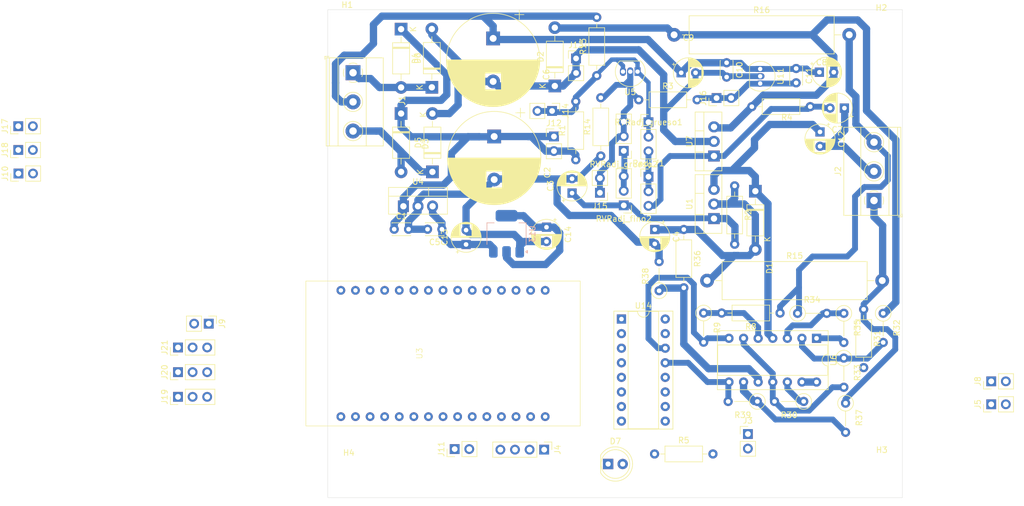
<source format=kicad_pcb>
(kicad_pcb (version 20240108) (generator "pcbnew") (generator_version "8.0")
  (layers (0 "F.Cu" signal) (31 "B.Cu" signal) (34 "B.Paste" user) (35 "F.Paste" user) (36 "B.SilkS" user "B.Silkscreen") (37 "F.SilkS" user "F.Silkscreen") (38 "B.Mask" user) (39 "F.Mask" user) (44 "Edge.Cuts" user))
  (net 0 "")
  (net 1 "+12V")
  (net 2 "Net-(D7-A)")
  (net 3 "GND")
  (net 4 "Net-(U1-ADJ)")
  (net 5 "+5V")
  (net 6 "-12V")
  (net 7 "Net-(U7-ADJ)")
  (net 8 "-5V")
  (net 9 "+3V3")
  (net 10 "+12VA")
  (net 11 "-12VA")
  (net 12 "I2C - SDA")
  (net 13 "BTN_POWER")
  (net 14 "I2C - SCL")
  (net 16 "BTN_MODE")
  (net 20 "BTN_SELECT")
  (net 22 "+1V2")
  (net 23 "-1V2")
  (net 24 "Net-(U6A--)")
  (net 25 "Net-(RVRadj_grueso1-Pad3)")
  (net 26 "TX_esp")
  (net 27 "RX_esp")
  (net 29 "Net-(RVRadj_fino2-Pad2)")
  (net 30 "A_mux")
  (net 31 "B_mux")
  (net 33 "Vadc")
  (net 37 "Io1+")
  (net 38 "Io1-")
  (net 39 "Vout-")
  (net 40 "Vout+")
  (net 41 "Vadc-")
  (net 42 "Net-(U6B-+)")
  (net 43 "Net-(U6A-+)")
  (net 44 "Iadc-")
  (net 45 "Iadc+")
  (net 46 "Vadc+")
  (net 54 "Net-(U6C--)")
  (net 55 "Net-(U6D-+)")
  (net 56 "Net-(U6C-+)")
  (footprint "Capacitor_THT:CP_Radial_D5.0mm_P2.50mm" (layer "F.Cu") (at 81.494888 31)
    (property "Reference" "C9")
    (property "Value" "100uF")
  )
  (footprint "TerminalBlock_Phoenix:TerminalBlock_Phoenix_MKDS-1,5-3-5.08_1x03_P5.08mm_Horizontal" (layer "F.Cu") (at 24.384 30.988 -90)
    (property "Reference" "J1")
    (property "Value" "Fuente")
  )
  (footprint "Connector_PinHeader_2.54mm:PinHeader_1x02_P2.54mm_Vertical" (layer "F.Cu") (at 87.65 35.4 90)
    (property "Reference" "J16")
    (property "Value" "-5V")
  )
  (footprint "Connector_PinHeader_2.54mm:PinHeader_1x02_P2.54mm_Vertical" (layer "F.Cu") (at 135.45 88.75 90)
    (property "Reference" "J5")
    (property "Value" "Vadj+")
  )
  (footprint "MountingHole:MountingHole_3.2mm_M3" (layer "F.Cu") (at 116.4 100.9)
    (property "Reference" "H3")
    (property "Value" "MountingHole")
  )
  (footprint "Resistor_THT:R_Axial_Power_L25.0mm_W6.4mm_P30.48mm" (layer "F.Cu") (at 86 67.2)
    (property "Reference" "R15")
    (property "Value" "E330")
  )
  (footprint "Resistor_THT:R_Axial_DIN0207_L6.3mm_D2.5mm_P5.08mm_Vertical" (layer "F.Cu") (at 94.75 88.25 180)
    (property "Reference" "R39")
    (property "Value" "10k")
  )
  (footprint "Connector_PinHeader_2.54mm:PinHeader_1x03_P2.54mm_Vertical" (layer "F.Cu") (at 71.5 44.6 180)
    (property "Reference" "RVRadj_grueso2")
    (property "Value" "5k")
  )
  (footprint "Resistor_THT:R_Axial_DIN0207_L6.3mm_D2.5mm_P10.16mm_Horizontal" (layer "F.Cu") (at 67.5 45.5 90)
    (property "Reference" "R14")
    (property "Value" "10k")
  )
  (footprint "Connector_PinHeader_2.54mm:PinHeader_1x02_P2.54mm_Vertical" (layer "F.Cu") (at 63.2 28.5)
    (property "Reference" "J13")
    (property "Value" "-12V")
  )
  (footprint "Package_TO_SOT_THT:TO-220-3_Vertical" (layer "F.Cu") (at 87.2 45.5 90)
    (property "Reference" "U7")
    (property "Value" "LM337_TO220")
  )
  (footprint "Connector_PinHeader_2.54mm:PinHeader_1x02_P2.54mm_Vertical" (layer "F.Cu") (at 59.35 42.1)
    (property "Reference" "J12")
    (property "Value" "+12V")
  )
  (footprint "Capacitor_THT:C_Disc_D3.0mm_W2.0mm_P2.50mm" (layer "F.Cu") (at 31.55 58.25)
    (property "Reference" "C1")
    (property "Value" "0.1uF")
  )
  (footprint "Connector_PinHeader_2.54mm:PinHeader_1x03_P2.54mm_Vertical" (layer "F.Cu") (at 71.5 54.1 180)
    (property "Reference" "RVRadj_fino2")
    (property "Value" "500")
  )
  (footprint "Resistor_THT:R_Axial_DIN0207_L6.3mm_D2.5mm_P10.16mm_Horizontal" (layer "F.Cu") (at 103.95 36.9 180)
    (property "Reference" "R4")
    (property "Value" "510")
  )
  (footprint "Connector_PinHeader_2.54mm:PinHeader_1x03_P2.54mm_Vertical" (layer "F.Cu") (at -6.075 87.45 90)
    (property "Reference" "J19")
    (property "Value" "BTN_POWER")
  )
  (footprint "Package_TO_SOT_THT:TO-92_Inline" (layer "F.Cu") (at 95.24 30.33 -90)
    (property "Reference" "U11")
    (property "Value" "LM79L05")
  )
  (footprint "Resistor_THT:R_Axial_DIN0207_L6.3mm_D2.5mm_P10.16mm_Horizontal" (layer "F.Cu") (at 90.8 50.7 -90)
    (property "Reference" "R2")
    (property "Value" "510")
  )
  (footprint "Connector_PinHeader_2.54mm:PinHeader_1x02_P2.54mm_Vertical" (layer "F.Cu") (at 59.025 37.65 -90)
    (property "Reference" "J14")
    (property "Value" "+1.2V")
  )
  (footprint "Resistor_THT:R_Axial_DIN0207_L6.3mm_D2.5mm_P10.16mm_Horizontal" (layer "F.Cu") (at 76.86 97.4)
    (property "Reference" "R5")
    (property "Value" "120")
  )
  (footprint "Resistor_THT:R_Axial_DIN0207_L6.3mm_D2.5mm_P10.16mm_Horizontal" (layer "F.Cu") (at 113.25 72.2 -90)
    (property "Reference" "R31")
    (property "Value" "10k")
  )
  (footprint "Connector_PinHeader_2.54mm:PinHeader_1x02_P2.54mm_Vertical" (layer "F.Cu") (at 93.1 93.925)
    (property "Reference" "J3")
    (property "Value" "UART")
  )
  (footprint "Resistor_THT:R_Axial_DIN0207_L6.3mm_D2.5mm_P5.08mm_Vertical" (layer "F.Cu") (at 85.4 72.85 -90)
    (property "Reference" "R9")
    (property "Value" "10k")
  )
  (footprint "Connector_PinHeader_2.54mm:PinHeader_1x02_P2.54mm_Vertical" (layer "F.Cu") (at -33.875 40.3 90)
    (property "Reference" "J17")
    (property "Value" "Vadj+")
  )
  (footprint "Capacitor_THT:CP_Radial_D5.0mm_P2.50mm" (layer "F.Cu") (at 105.55 30.9)
    (property "Reference" "C8")
    (property "Value" "1uF")
  )
  (footprint "Connector_PinHeader_2.54mm:PinHeader_1x03_P2.54mm_Vertical" (layer "F.Cu") (at -6.075 83.15 90)
    (property "Reference" "J20")
    (property "Value" "BTN_MODE")
  )
  (footprint "MountingHole:MountingHole_3.2mm_M3" (layer "F.Cu") (at 23.368 23.368)
    (property "Reference" "H1")
    (property "Value" "MountingHole")
  )
  (footprint "Resistor_THT:R_Axial_DIN0207_L6.3mm_D2.5mm_P5.08mm_Vertical" (layer "F.Cu") (at 101.75 72.9)
    (property "Reference" "R34")
    (property "Value" "10k")
  )
  (footprint "Resistor_THT:R_Axial_DIN0207_L6.3mm_D2.5mm_P5.08mm_Vertical" (layer "F.Cu") (at 109.8 80.7 -90)
    (property "Reference" "R33")
    (property "Value" "10k")
  )
  (footprint "Componentes_Proyecto_Digitales:Esp-8266-DevKit" (layer "F.Cu") (at 40.05 79.9 90)
    (property "Reference" "U3")
    (property "Value" "~")
  )
  (footprint "Connector_PinHeader_2.54mm:PinHeader_1x02_P2.54mm_Vertical" (layer "F.Cu") (at 67.35 51.9 180)
    (property "Reference" "J15")
    (property "Value" "-1.2V")
  )
  (footprint "Package_DIP:CERDIP-16_W7.62mm_SideBrazed_Socket" (layer "F.Cu") (at 71.1 73.9)
    (property "Reference" "U14")
    (property "Value" "CD4051B")
  )
  (footprint "MountingHole:MountingHole_3.2mm_M3" (layer "F.Cu") (at 23.65 101.4)
    (property "Reference" "H4")
    (property "Value" "MountingHole")
  )
  (footprint "Connector_PinHeader_2.54mm:PinHeader_1x03_P2.54mm_Vertical" (layer "F.Cu") (at 75.8 39.6)
    (property "Reference" "RVRadj_grueso1")
    (property "Value" "5k")
  )
  (footprint "Package_TO_SOT_THT:TO-220-3_Vertical" (layer "F.Cu") (at 87.2 56.4 90)
    (property "Reference" "U1")
    (property "Value" "LM317_TO-220")
  )
  (footprint "Capacitor_THT:CP_Radial_D5.0mm_P2.50mm" (layer "F.Cu") (at 109.9 37.15 180)
    (property "Reference" "C7")
    (property "Value" "10uF")
  )
  (footprint "Connector_PinHeader_2.54mm:PinHeader_1x03_P2.54mm_Vertical" (layer "F.Cu") (at -6.075 78.85 90)
    (property "Reference" "J21")
    (property "Value" "BTN_SEL")
  )
  (footprint "Package_TO_SOT_THT:TO-220-3_Vertical" (layer "F.Cu") (at 33.15 54.25)
    (property "Reference" "U4")
    (property "Value" "LM7805_TO220")
  )
  (footprint "Resistor_THT:R_Axial_DIN0207_L6.3mm_D2.5mm_P10.16mm_Horizontal" (layer "F.Cu") (at 63.15 46.15 90)
    (property "Reference" "R1")
    (property "Value" "22k")
  )
  (footprint "Resistor_THT:R_Axial_DIN0207_L6.3mm_D2.5mm_P10.16mm_Horizontal" (layer "F.Cu") (at 74.1 35.7)
    (property "Reference" "R3")
    (property "Value" "6k8")
  )
  (footprint "Diode_THT:D_DO-41_SOD81_P10.16mm_Horizontal" (layer "F.Cu") (at 32.75 38.1 -90)
    (property "Reference" "D3")
    (property "Value" "1N4007")
  )
  (footprint "MountingHole:MountingHole_3.2mm_M3" (layer "F.Cu") (at 116.332 23.876)
    (property "Reference" "H2")
    (property "Value" "MountingHole")
  )
  (footprint "Capacitor_THT:CP_Radial_D5.0mm_P2.50mm" (layer "F.Cu") (at 76.9 58.3 -90)
    (property "Reference" "C4")
    (property "Value" "1uF")
  )
  (footprint "Connector_PinHeader_2.54mm:PinHeader_1x04_P2.54mm_Vertical" (layer "F.Cu") (at 57.65 96.65 -90)
    (property "Reference" "J4")
    (property "Value" "LCD16x2")
  )
  (footprint "Package_DIP:CERDIP-14_W7.62mm_SideBrazed_Socket" (layer "F.Cu") (at 105.05 77.25 -90)
    (property "Reference" "U6")
    (property "Value" "LM324")
  )
  (footprint "Resistor_THT:R_Axial_DIN0207_L6.3mm_D2.5mm_P5.08mm_Vertical" (layer "F.Cu") (at 116.65 72.9 -90)
    (property "Reference" "R32")
    (property "Value" "10k")
  )
  (footprint "Capacitor_THT:CP_Radial_D5.0mm_P2.50mm" (layer "F.Cu") (at 58.055113 57.9 -90)
    (property "Reference" "C14")
    (property "Value" "10uF")
  )
  (footprint "Capacitor_THT:C_Disc_D3.0mm_W2.0mm_P2.50mm" (layer "F.Cu") (at 101.5 30.25 -90)
    (property "Reference" "C11")
    (property "Value" "0,1uF")
  )
  (footprint "Capacitor_THT:CP_Radial_D16.0mm_P7.50mm" (layer "F.Cu") (at 48.768 25.012 -90)
    (property "Reference" "C6")
    (property "Value" "2200uF")
  )
  (footprint "Resistor_THT:R_Axial_DIN0207_L6.3mm_D2.5mm_P5.08mm_Vertical" (layer "F.Cu") (at 77.65 68.965 90)
    (property "Reference" "R38")
    (property "Value" "10k")
  )
  (footprint "Resistor_THT:R_Axial_DIN0207_L6.3mm_D2.5mm_P10.16mm_Horizontal" (layer "F.Cu") (at 66.8 31.5 90)
    (property "Reference" "R13")
    (property "Value" "10k")
  )
  (footprint "Resistor_THT:R_Axial_DIN0207_L6.3mm_D2.5mm_P10.16mm_Horizontal" (layer "F.Cu") (at 98.7 72.85 180)
    (property "Reference" "R8")
    (property "Value" "10k")
  )
  (footprint "Connector_PinHeader_2.54mm:PinHeader_1x02_P2.54mm_Vertical" (layer "F.Cu") (at -33.875 44.45 90)
    (property "Reference" "J18")
    (property "Value" "Vadj-")
  )
  (footprint "Diode_THT:D_DO-41_SOD81_P10.16mm_Horizontal" (layer "F.Cu") (at 94.4 51.62 -90)
    (property "Reference" "D1")
    (property "Value" "1N4007")
  )
  (footprint "Capacitor_THT:CP_Radial_D5.0mm_P2.50mm" (layer "F.Cu") (at 62.5 51.955113 90)
    (property "Reference" "C3")
    (property "Value" "10uF")
  )
  (footprint "Capacitor_THT:C_Disc_D3.0mm_W2.0mm_P2.50mm" (layer "F.Cu") (at 89.4 29.25 -90)
    (property "Reference" "C10")
    (property "Value" "0,1uF")
  )
  (footprint "Connector_PinHeader_2.54mm:PinHeader_1x02_P2.54mm_Vertical" (layer "F.Cu") (at 135.45 84.75 90)
    (property "Reference" "J8")
    (property "Value" "Vadj-")
  )
  (footprint "Connector_PinHeader_2.54mm:PinHeader_1x02_P2.54mm_Vertical" (layer "F.Cu") (at 42.075 96.55 90)
    (property "Reference" "J11")
    (property "Value" "GND")
  )
  (footprint "Capacitor_THT:CP_Radial_D5.0mm_P2.50mm" (layer "F.Cu") (at 105.65 41.3 -90)
    (property "Reference" "C12")
    (property "Value" "100uF")
  )
  (footprint "Diode_THT:D_DO-41_SOD81_P10.16mm_Horizontal" (layer "F.Cu") (at 59.5 33.3 90)
    (property "Reference" "D2")
    (property "Value" "1N4007")
  )
  (footprint "Resistor_THT:R_Axial_DIN0207_L6.3mm_D2.5mm_P5.08mm_Vertical" (layer "F.Cu") (at 102.815 88.25 180)
    (property "Reference" "R30")
    (property "Value" "47k")
  )
  (footprint "Resistor_THT:R_Axial_DIN0207_L6.3mm_D2.5mm_P5.08mm_Vertical" (layer "F.Cu") (at 110.1 88.55 -90)
    (property "Reference" "R37")
    (property "Value" "10k")
  )
  (footprint "Diode_THT:D_DO-41_SOD81_P10.16mm_Horizontal" (layer "F.Cu") (at 32.75 23.398 -90)
    (property "Reference" "D4")
    (property "Value" "1N4007")
  )
  (footprint "Connector_PinHeader_2.54mm:PinHeader_1x02_P2.54mm_Vertical" (layer "F.Cu") (at -0.725 74.7 -90)
    (property "Reference" "J9")
    (property "Value" "5V")
  )
  (footprint "Resistor_THT:R_Axial_DIN0207_L6.3mm_D2.5mm_P10.16mm_Horizontal" (layer "F.Cu") (at 81.95 58.3 -90)
    (property "Reference" "R36")
    (property "Value" "10k")
  )
  (footprint "Diode_THT:D_DO-41_SOD81_P10.16mm_Horizontal" (layer "F.Cu") (at 38.1 33.528 90)
    (property "Reference" "D6")
    (property "Value" "1N4007")
  )
  (footprint "Connector_PinHeader_2.54mm:PinHeader_1x02_P2.54mm_Vertical" (layer "F.Cu") (at -33.85 48.55 90)
    (property "Reference" "J10")
    (property "Value" "3V3")
  )
  (footprint "Capacitor_THT:CP_Radial_D5.0mm_P2.50mm" (layer "F.Cu") (at 44.055113 60.905112 90)
    (property "Reference" "C13")
    (property "Value" "10uF")
  )
  (footprint "Package_TO_SOT_THT:TO-92_Inline" (layer "F.Cu") (at 73.9 30.8 180)
    (property "Reference" "U5")
    (property "Value" "LM385")
  )
  (footprint "TerminalBlock_Phoenix:TerminalBlock_Phoenix_MKDS-1,5-3-5.08_1x03_P5.08mm_Horizontal" (layer "F.Cu") (at 115.05 53.25 90)
    (property "Reference" "J2")
    (property "Value" "Salida")
  )
  (footprint "LED_THT:LED_D5.0mm" (layer "F.Cu") (at 68.775 99.15)
    (property "Reference" "D7")
    (property "Value" "LED")
  )
  (footprint "Diode_THT:D_DO-41_SOD81_P10.16mm_Horizontal" (layer "F.Cu") (at 38.2 48.26 90)
    (property "Reference" "D5")
    (property "Value" "1N4007")
  )
  (footprint "Capacitor_THT:C_Disc_D3.0mm_W2.0mm_P2.50mm" (layer "F.Cu") (at 39.85 58.25 180)
    (property "Reference" "C5")
    (property "Value" "0.1uF")
  )
  (footprint "Resistor_THT:R_Axial_Power_L25.0mm_W6.4mm_P30.48mm" (layer "F.Cu") (at 80.259 24.384)
    (property "Reference" "R16")
    (property "Value" "E330")
  )
  (footprint "Connector_PinHeader_2.54mm:PinHeader_1x03_P2.54mm_Vertical" (layer "F.Cu") (at 75.8 49.1)
    (property "Reference" "Radj_f1")
    (property "Value" "500")
  )
  (footprint "Capacitor_THT:CP_Radial_D16.0mm_P7.50mm" (layer "F.Cu") (at 48.95 42.1 -90)
    (property "Reference" "C2")
    (property "Value" "2200uF")
  )
  (footprint "Resistor_THT:R_Axial_DIN0207_L6.3mm_D2.5mm_P5.08mm_Vertical" (layer "F.Cu") (at 109.8 72.9 -90)
    (property "Reference" "R35")
    (property "Value" "10k")
  )
  (footprint "Package_TO_SOT_SMD:SOT-223-3_TabPin2" (layer "B.Cu") (at 51.1 59.05 90)
    (property "Reference" "U13")
    (property "Value" "AMS1117-3.3")
  )
  (gr_rect (start 20 20) (end 120 105) (stroke (width 0.05)) (fill none) (layer "Edge.Cuts"))
  (segment (start 90.3075 48.0425) (end 94.25 44.1) (width 1.27) (layer "B.Cu") (net 1))
  (segment (start 41.5 45.05) (end 44.4 42.15) (width 1.27) (layer "B.Cu") (net 1))
  (segment (start 33.15 52.75) (end 35.35 50.55) (width 1.27) (layer "B.Cu") (net 1))
  (segment (start 94.25 44.1) (end 94.25 43.75) (width 1.27) (layer "B.Cu") (net 1))
  (segment (start 63.15 45.3) (end 63.15 46.15) (width 1.27) (layer "B.Cu") (net 1))
  (segment (start 89.0075 48.0425) (end 90.3575 48.0425) (width 1.27) (layer "B.Cu") (net 1))
  (segment (start 89.0075 48.0425) (end 93.34 48.0425) (width 1.27) (layer "B.Cu") (net 1))
  (segment (start 104.35 40) (end 105.65 41.3) (width 1.27) (layer "B.Cu") (net 1))
  (segment (start 32.75 40.45) (end 34.45 42.15) (width 1.27) (layer "B.Cu") (net 1))
  (segment (start 54.9 42.1) (end 55.4 42.1) (width 1.27) (layer "B.Cu") (net 1))
  (segment (start 87.2 51.32) (end 87.2 48.9) (width 1.27) (layer "B.Cu") (net 1))
  (segment (start 93.34 48.0425) (end 90.0925 48.0425) (width 1.27) (layer "B.Cu") (net 1))
  (segment (start 90.0925 48.0425) (end 90.3075 48.0425) (width 1.27) (layer "B.Cu") (net 1))
  (segment (start 32.75 23.398) (end 40.7 31.348) (width 1.27) (layer "B.Cu") (net 1))
  (segment (start 46.35 42.15) (end 48.9 42.15) (width 1.27) (layer "B.Cu") (net 1))
  (segment (start 40.1 50.55) (end 41.5 49.15) (width 1.27) (layer "B.Cu") (net 1))
  (segment (start 87.2 48.9) (end 88.0575 48.0425) (width 1.27) (layer "B.Cu") (net 1))
  (segment (start 94.25 43.75) (end 94.25 42.65) (width 1.27) (layer "B.Cu") (net 1))
  (segment (start 35.35 50.55) (end 40.1 50.55) (width 1.27) (layer "B.Cu") (net 1))
  (segment (start 96.599999 76.419999) (end 96.599999 53.819999) (width 1.27) (layer "B.Cu") (net 1))
  (segment (start 57.94 44.64) (end 59.35 44.64) (width 1.27) (layer "B.Cu") (net 1))
  (segment (start 55.4 42.1) (end 57.94 44.64) (width 1.27) (layer "B.Cu") (net 1))
  (segment (start 32.75 38.1) (end 32.75 40.45) (width 1.27) (layer "B.Cu") (net 1))
  (segment (start 31.55 57.15) (end 33.15 55.55) (width 1.27) (layer "B.Cu") (net 1))
  (segment (start 33.15 54.25) (end 33.15 52.75) (width 1.27) (layer "B.Cu") (net 1))
  (segment (start 31.55 58.25) (end 31.55 57.15) (width 1.27) (layer "B.Cu") (net 1))
  (segment (start 48.9 42.15) (end 48.95 42.1) (width 1.27) (layer "B.Cu") (net 1))
  (segment (start 62.49 44.64) (end 63.15 45.3) (width 1.27) (layer "B.Cu") (net 1))
  (segment (start 40.7 31.348) (end 40.7 34.8) (width 1.27) (layer "B.Cu") (net 1))
  (segment (start 48.95 42.1) (end 54.9 42.1) (width 1.27) (layer "B.Cu") (net 1))
  (segment (start 44.4 42.15) (end 46.35 42.15) (width 1.27) (layer "B.Cu") (net 1))
  (segment (start 32.75 36.65) (end 32.75 38.1) (width 1.27) (layer "B.Cu") (net 1))
  (segment (start 88.0575 48.0425) (end 89.0075 48.0425) (width 1.27) (layer "B.Cu") (net 1))
  (segment (start 33.15 55.55) (end 33.15 54.25) (width 1.27) (layer "B.Cu") (net 1))
  (segment (start 59.35 44.64) (end 62.49 44.64) (width 1.27) (layer "B.Cu") (net 1))
  (segment (start 94.4 51.62) (end 94.4 49.1025) (width 1.27) (layer "B.Cu") (net 1))
  (segment (start 41.5 49.15) (end 41.5 45.05) (width 1.27) (layer "B.Cu") (net 1))
  (segment (start 94.25 42.65) (end 96.9 40) (width 1.27) (layer "B.Cu") (net 1))
  (segment (start 54.9 42.1) (end 59.35 42.1) (width 1.27) (layer "B.Cu") (net 1))
  (segment (start 34.45 42.15) (end 46.35 42.15) (width 1.27) (layer "B.Cu") (net 1))
  (segment (start 96.599999 53.819999) (end 94.4 51.62) (width 1.27) (layer "B.Cu") (net 1))
  (segment (start 39.7 35.8) (end 33.6 35.8) (width 1.27) (layer "B.Cu") (net 1))
  (segment (start 97.43 77.25) (end 96.599999 76.419999) (width 1.27) (layer "B.Cu") (net 1))
  (segment (start 33.6 35.8) (end 32.75 36.65) (width 1.27) (layer "B.Cu") (net 1))
  (segment (start 90.0925 48.0425) (end 89.0075 48.0425) (width 1.27) (layer "B.Cu") (net 1))
  (segment (start 96.9 40) (end 104.35 40) (width 1.27) (layer "B.Cu") (net 1))
  (segment (start 40.7 34.8) (end 39.7 35.8) (width 1.27) (layer "B.Cu") (net 1))
  (segment (start 94.4 49.1025) (end 93.34 48.0425) (width 1.27) (layer "B.Cu") (net 1))
  (segment (start 53.4 61.205113) (end 53.4 62.2) (width 1.27) (layer "B.Cu") (net 3))
  (segment (start 46.4 52.15) (end 44.055113 54.494887) (width 1.27) (layer "B.Cu") (net 3))
  (segment (start 52.405113 59.15) (end 53.4 60.144887) (width 1.27) (layer "B.Cu") (net 3))
  (segment (start 48.768 25.012) (end 48.768 22.86) (width 1.27) (layer "B.Cu") (net 3))
  (segment (start 47.043 21.135) (end 48.304 22.396) (width 1.27) (layer "B.Cu") (net 3))
  (segment (start 47.043 21.135) (end 47.208 21.3) (width 1.27) (layer "B.Cu") (net 3))
  (segment (start 59.9 50.55) (end 59.9 53.7) (width 1.27) (layer "B.Cu") (net 3))
  (segment (start 109.95 37.2) (end 109.95 41) (width 1.27) (layer "B.Cu") (net 3))
  (segment (start 35.69 53.16) (end 36.7 52.15) (width 1.27) (layer "B.Cu") (net 3))
  (segment (start 92.93 30.33) (end 95.24 30.33) (width 1.016) (layer "B.Cu") (net 3))
  (segment (start 60.994887 49.455113) (end 59.9 50.55) (width 1.27) (layer "B.Cu") (net 3))
  (segment (start 92.35 77.25) (end 92.35 78.3) (width 1.016) (layer "B.Cu") (net 3))
  (segment (start 62.05 55.85) (end 69.25 55.85) (width 1.27) (layer "B.Cu") (net 3))
  (segment (start 107.15 43.8) (end 105.65 43.8) (width 1.27) (layer "B.Cu") (net 3))
  (segment (start 29.411 21.135) (end 47.043 21.135) (width 1.27) (layer "B.Cu") (net 3))
  (segment (start 35.69 54.25) (end 35.69 53.16) (width 1.27) (layer "B.Cu") (net 3))
  (segment (start 109.95 41) (end 107.15 43.8) (width 1.27) (layer "B.Cu") (net 3))
  (segment (start 25.908 27.94) (end 27.94 25.908) (width 1.27) (layer "B.Cu") (net 3))
  (segment (start 48.956 25.2) (end 48.768 25.012) (width 1.27) (layer "B.Cu") (net 3))
  (segment (start 77.65 63.885) (end 77.65 61.55) (width 1.27) (layer "B.Cu") (net 3))
  (segment (start 54.205113 60.4) (end 53.4 61.205113) (width 1.27) (layer "B.Cu") (net 3))
  (segment (start 103.35 30.25) (end 104 30.9) (width 1.016) (layer "B.Cu") (net 3))
  (segment (start 101.5 30.25) (end 103.35 30.25) (width 1.016) (layer "B.Cu") (net 3))
  (segment (start 89.4 29.25) (end 91.85 29.25) (width 1.016) (layer "B.Cu") (net 3))
  (segment (start 22.352 36.068) (end 21.336 35.052) (width 1.27) (layer "B.Cu") (net 3))
  (segment (start 91.85 29.25) (end 92.93 30.33) (width 1.016) (layer "B.Cu") (net 3))
  (segment (start 97.735 88.25) (end 99.335 89.85) (width 1.016) (layer "B.Cu") (net 3))
  (segment (start 48.95 49.6) (end 49.05 49.5) (width 1.27) (layer "B.Cu") (net 3))
  (segment (start 48.768 22.86) (end 47.043 21.135) (width 1.27) (layer "B.Cu") (net 3))
  (segment (start 89.4 29.25) (end 83.244888 29.25) (width 1.27) (layer "B.Cu") (net 3))
  (segment (start 34.05 58.25) (end 34.05 56.85) (width 1.27) (layer "B.Cu") (net 3))
  (segment (start 115.3 48.17) (end 115.4 48.27) (width 1.27) (layer "B.Cu") (net 3))
  (segment (start 73.9 60.5) (end 76.6 60.5) (width 1.27) (layer "B.Cu") (net 3))
  (segment (start 75.694888 25.2) (end 48.956 25.2) (width 1.27) (layer "B.Cu") (net 3))
  (segment (start 46.4 52.15) (end 48.95 49.6) (width 1.27) (layer "B.Cu") (net 3))
  (segment (start 104 30.9) (end 105.55 30.9) (width 1.016) (layer "B.Cu") (net 3))
  (segment (start 81.494888 31) (end 75.694888 25.2) (width 1.27) (layer "B.Cu") (net 3))
  (segment (start 53.4 60.144887) (end 53.4 62.2) (width 1.27) (layer "B.Cu") (net 3))
  (segment (start 44.055113 58.405112) (end 44.800001 59.15) (width 1.27) (layer "B.Cu") (net 3))
  (segment (start 107.82 85.78) (end 109.8 85.78) (width 1.016) (layer "B.Cu") (net 3))
  (segment (start 114.17 48.17) (end 109.8 43.8) (width 1.27) (layer "B.Cu") (net 3))
  (segment (start 44.800001 59.15) (end 52.405113 59.15) (width 1.27) (layer "B.Cu") (net 3))
  (segment (start 76.6 60.5) (end 76.9 60.8) (width 1.27) (layer "B.Cu") (net 3))
  (segment (start 109.8 43.8) (end 107.15 43.8) (width 1.27) (layer "B.Cu") (net 3))
  (segment (start 21.336 35.052) (end 21.336 32.75) (width 1.27) (layer "B.Cu") (net 3))
  (segment (start 92.35 78.3) (end 97.43 83.38) (width 1.016) (layer "B.Cu") (net 3))
  (segment (start 21.336 29.464) (end 22.86 27.94) (width 1.27) (layer "B.Cu") (net 3))
  (segment (start 34.05 56.85) (end 35.69 55.21) (width 1.27) (layer "B.Cu") (net 3))
  (segment (start 62.455113 49.5) (end 62.5 49.455113) (width 1.27) (layer "B.Cu") (net 3))
  (segment (start 27.94 25.908) (end 27.94 22.606) (width 1.27) (layer "B.Cu") (net 3))
  (segment (start 36.7 52.15) (end 46.4 52.15) (width 1.27) (layer "B.Cu") (net 3))
  (segment (start 62.5 49.455113) (end 60.994887 49.455113) (width 1.27) (layer "B.Cu") (net 3))
  (segment (start 115.05 48.17) (end 115.3 48.17) (width 1.27) (layer "B.Cu") (net 3))
  (segment (start 103.75 89.85) (end 107.82 85.78) (width 1.016) (layer "B.Cu") (net 3))
  (segment (start 83.244888 29.25) (end 81.494888 31) (width 1.27) (layer "B.Cu") (net 3))
  (segment (start 22.86 27.94) (end 25.908 27.94) (width 1.27) (layer "B.Cu") (net 3))
  (segment (start 97.43 84.87) (end 97.43 87.945) (width 1.016) (layer "B.Cu") (net 3))
  (segment (start 77.65 61.55) (end 76.9 60.8) (width 1.27) (layer "B.Cu") (net 3))
  (segment (start 21.336 32.75) (end 21.336 29.464) (width 1.27) (layer "B.Cu") (net 3))
  (segment (start 109.9 37.15) (end 109.95 37.2) (width 1.27) (layer "B.Cu") (net 3))
  (segment (start 63.544887 49.455113) (end 67.5 45.5) (width 1.016) (layer "B.Cu") (net 3))
  (segment (start 69.25 55.85) (end 73.9 60.5) (width 1.27) (layer "B.Cu") (net 3))
  (segment (start 44.055113 54.494887) (end 44.055113 58.405112) (width 1.27) (layer "B.Cu") (net 3))
  (segment (start 24.384 36.068) (end 22.352 36.068) (width 1.27) (layer "B.Cu") (net 3))
  (segment (start 58.055113 60.4) (end 54.205113 60.4) (width 1.27) (layer "B.Cu") (net 3))
  (segment (start 59.9 53.7) (end 62.05 55.85) (width 1.27) (layer "B.Cu") (net 3))
  (segment (start 35.69 55.21) (end 35.69 54.25) (width 1.27) (layer "B.Cu") (net 3))
  (segment (start 27.94 22.606) (end 29.411 21.135) (width 1.27) (layer "B.Cu") (net 3))
  (segment (start 97.43 87.945) (end 97.735 88.25) (width 1.016) (layer "B.Cu") (net 3))
  (segment (start 95.24 30.33) (end 101.42 30.33) (width 1.016) (layer "B.Cu") (net 3))
  (segment (start 115.05 48.17) (end 114.17 48.17) (width 1.27) (layer "B.Cu") (net 3))
  (segment (start 99.335 89.85) (end 103.75 89.85) (width 1.016) (layer "B.Cu") (net 3))
  (segment (start 62.5 49.455113) (end 63.544887 49.455113) (width 1.016) (layer "B.Cu") (net 3))
  (segment (start 49.05 49.5) (end 62.455113 49.5) (width 1.27) (layer "B.Cu") (net 3))
  (segment (start 101.42 30.33) (end 101.5 30.25) (width 1.016) (layer "B.Cu") (net 3))
  (segment (start 47.043 21.135) (end 66.595 21.135) (width 1.27) (layer "B.Cu") (net 3))
  (segment (start 97.43 83.38) (end 97.43 84.87) (width 1.016) (layer "B.Cu") (net 3))
  (segment (start 66.595 21.135) (end 66.8 21.34) (width 1.27) (layer "B.Cu") (net 3))
  (segment (start 34.05 58.25) (end 37.35 58.25) (width 1.27) (layer "B.Cu") (net 3))
  (segment (start 74.85 56.35) (end 87.15 56.35) (width 1.016) (layer "B.Cu") (net 4))
  (segment (start 71.5 54.1) (end 64.644887 54.1) (width 1.016) (layer "B.Cu") (net 4))
  (segment (start 72.6 54.1) (end 74.85 56.35) (width 1.016) (layer "B.Cu") (net 4))
  (segment (start 89.5 56.4) (end 87.2 56.4) (width 1.27) (layer "B.Cu") (net 4))
  (segment (start 90.85 57.75) (end 89.5 56.4) (width 1.27) (layer "B.Cu") (net 4))
  (segment (start 90.85 60.81) (end 90.85 57.75) (width 1.27) (layer "B.Cu") (net 4))
  (segment (start 71.5 54.1) (end 72.6 54.1) (width 1.016) (layer "B.Cu") (net 4))
  (segment (start 87.15 56.35) (end 87.2 56.4) (width 1.016) (layer "B.Cu") (net 4))
  (segment (start 64.644887 54.1) (end 62.5 51.955113) (width 1.016) (layer "B.Cu") (net 4))
  (segment (start 90.8 60.86) (end 90.85 60.81) (width 1.27) (layer "B.Cu") (net 4))
  (segment (start 39.85 57.15) (end 39.85 58.25) (width 1.27) (layer "B.Cu") (net 5))
  (segment (start 38.23 55.53) (end 39.85 57.15) (width 1.27) (layer "B.Cu") (net 5))
  (segment (start 41.405112 60.905112) (end 39.85 59.35) (width 1.27) (layer "B.Cu") (net 5))
  (segment (start 48.160225 60.905112) (end 48.8 61.544887) (width 1.27) (layer "B.Cu") (net 5))
  (segment (start 44.055113 60.905112) (end 48.160225 60.905112) (width 1.27) (layer "B.Cu") (net 5))
  (segment (start 39.85 59.35) (end 39.85 58.25) (width 1.27) (layer "B.Cu") (net 5))
  (segment (start 44.055113 60.905112) (end 41.405112 60.905112) (width 1.27) (layer "B.Cu") (net 5))
  (segment (start 48.8 61.544887) (end 48.8 62.2) (width 1.27) (layer "B.Cu") (net 5))
  (segment (start 38.23 54.25) (end 38.23 55.53) (width 1.27) (layer "B.Cu") (net 5))
  (segment (start 59.5 33.3) (end 60.94 33.3) (width 1.27) (layer "B.Cu") (net 6))
  (segment (start 41.148 38.1) (end 42.672 36.576) (width 1.27) (layer "B.Cu") (net 6))
  (segment (start 43.688 32.512) (end 48.768 32.512) (width 1.27) (layer "B.Cu") (net 6))
  (segment (start 38.2 38.1) (end 41.148 38.1) (width 1.27) (layer "B.Cu") (net 6))
  (segment (start 89.4 31.75) (end 88.65 31) (width 1.016) (layer "B.Cu") (net 6))
  (segment (start 83.994888 32.255112) (end 78.45 37.8) (width 1.016) (layer "B.Cu") (net 6))
  (segment (start 80.46 42.96) (end 87.2 42.96) (width 1.27) (layer "B.Cu") (net 6))
  (segment (start 74.1 27) (end 78.45 31.35) (width 1.27) (layer "B.Cu") (net 6))
  (segment (start 89.4 31.75) (end 89.55 31.6) (width 1.016) (layer "B.Cu") (net 6))
  (segment (start 64.2 27) (end 74.1 27) (width 1.27) (layer "B.Cu") (net 6))
  (segment (start 89.55 31.6) (end 95.24 31.6) (width 1.016) (layer "B.Cu") (net 6))
  (segment (start 63.2 28.5) (end 63.2 28) (width 1.27) (layer "B.Cu") (net 6))
  (segment (start 78.45 40.95) (end 80.46 42.96) (width 1.27) (layer "B.Cu") (net 6))
  (segment (start 84.194888 30.8) (end 83.994888 31) (width 1.016) (layer "B.Cu") (net 6))
  (segment (start 42.672 33.528) (end 43.688 32.512) (width 1.27) (layer "B.Cu") (net 6))
  (segment (start 88.65 31) (end 83.994888 31) (width 1.016) (layer "B.Cu") (net 6))
  (segment (start 63.2 28) (end 64.2 27) (width 1.27) (layer "B.Cu") (net 6))
  (segment (start 48.768 32.512) (end 49.556 33.3) (width 1.27) (layer "B.Cu") (net 6))
  (segment (start 78.45 37.8) (end 78.45 38.4) (width 1.016) (layer "B.Cu") (net 6))
  (segment (start 38.1 24.384) (end 46.228 32.512) (width 1.27) (layer "B.Cu") (net 6))
  (segment (start 78.45 31.35) (end 78.45 40.95) (width 1.27) (layer "B.Cu") (net 6))
  (segment (start 63.2 31.04) (end 63.2 28.5) (width 1.27) (layer "B.Cu") (net 6))
  (segment (start 83.994888 31) (end 83.994888 32.255112) (width 1.016) (layer "B.Cu") (net 6))
  (segment (start 46.228 32.512) (end 48.768 32.512) (width 1.27) (layer "B.Cu") (net 6))
  (segment (start 42.672 36.576) (end 42.672 33.528) (width 1.27) (layer "B.Cu") (net 6))
  (segment (start 60.94 33.3) (end 63.2 31.04) (width 1.27) (layer "B.Cu") (net 6))
  (segment (start 49.556 33.3) (end 59.5 33.3) (width 1.27) (layer "B.Cu") (net 6))
  (segment (start 77.9 53.05) (end 77.9 47.15) (width 1.016) (layer "B.Cu") (net 7))
  (segment (start 106.1 36.9) (end 106.35 37.15) (width 1.016) (layer "B.Cu") (net 7))
  (segment (start 77.9 47.15) (end 79.55 45.5) (width 1.016) (layer "B.Cu") (net 7))
  (segment (start 103.55 37.3) (end 97.15 37.3) (width 1.016) (layer "B.Cu") (net 7))
  (segment (start 75.8 54.18) (end 76.77 54.18) (width 1.016) (layer "B.Cu") (net 7))
  (segment (start 76.77 54.18) (end 77.9 53.05) (width 1.016) (layer "B.Cu") (net 7))
  (segment (start 103.95 36.9) (end 106.1 36.9) (width 1.016) (layer "B.Cu") (net 7))
  (segment (start 106.35 37.15) (end 107.4 37.15) (width 1.016) (layer "B.Cu") (net 7))
  (segment (start 97.15 37.3) (end 88.95 45.5) (width 1.016) (layer "B.Cu") (net 7))
  (segment (start 103.95 36.9) (end 103.55 37.3) (width 1.016) (layer "B.Cu") (net 7))
  (segment (start 79.55 45.5) (end 87.2 45.5) (width 1.016) (layer "B.Cu") (net 7))
  (segment (start 88.95 45.5) (end 87.2 45.5) (width 1.016) (layer "B.Cu") (net 7))
  (segment (start 90.19 35.4) (end 90.765 35.4) (width 1.016) (layer "B.Cu") (net 8))
  (segment (start 95.21 32.9) (end 95.24 32.87) (width 1.016) (layer "B.Cu") (net 8))
  (segment (start 87.65 35.4) (end 84.56 35.4) (width 1.016) (layer "B.Cu") (net 8))
  (segment (start 87.65 35.4) (end 90.19 35.4) (width 1.016) (layer "B.Cu") (net 8))
  (segment (start 88.125 35.3) (end 88.025 35.4) (width 1.016) (layer "B.Cu") (net 8))
  (segment (start 88.025 35.4) (end 87.65 35.4) (width 1.016) (layer "B.Cu") (net 8))
  (segment (start 93.265 32.9) (end 95.21 32.9) (width 1.016) (layer "B.Cu") (net 8))
  (segment (start 84.56 35.4) (end 84.26 35.7) (width 1.016) (layer "B.Cu") (net 8))
  (segment (start 95.24 32.87) (end 101.38 32.87) (width 1.016) (layer "B.Cu") (net 8))
  (segment (start 101.38 32.87) (end 101.5 32.75) (width 1.016) (layer "B.Cu") (net 8))
  (segment (start 90.765 35.4) (end 93.265 32.9) (width 1.016) (layer "B.Cu") (net 8))
  (segment (start 56.05 57.9) (end 58.055113 57.9) (width 1.27) (layer "B.Cu") (net 9))
  (segment (start 59.35 57.9) (end 60.35 58.9) (width 1.27) (layer "B.Cu") (net 9))
  (segment (start 51.1 63.2) (end 51.1 62.2) (width 1.27) (layer "B.Cu") (net 9))
  (segment (start 57.9 64.4) (end 52.3 64.4) (width 1.27) (layer "B.Cu") (net 9))
  (segment (start 22.285 90.9132) (end 22.255 90.8832) (width 1.016) (layer "B.Cu") (net 9))
  (segment (start 51.1 55.9) (end 54.05 55.9) (width 1.27) (layer "B.Cu") (net 9))
  (segment (start 54.05 55.9) (end 56.05 57.9) (width 1.27) (layer "B.Cu") (net 9))
  (segment (start 60.35 61.95) (end 57.9 64.4) (width 1.27) (layer "B.Cu") (net 9))
  (segment (start 58.055113 57.9) (end 59.35 57.9) (width 1.27) (layer "B.Cu") (net 9))
  (segment (start 60.35 58.9) (end 60.35 61.95) (width 1.27) (layer "B.Cu") (net 9))
  (segment (start 52.3 64.4) (end 51.1 63.2) (width 1.27) (layer "B.Cu") (net 9))
  (segment (start 29.148 41.148) (end 36.26 48.26) (width 1.27) (layer "B.Cu") (net 10))
  (segment (start 29.148 41.148) (end 32.75 44.75) (width 1.27) (layer "B.Cu") (net 10))
  (segment (start 36.26 48.26) (end 38.2 48.26) (width 1.27) (layer "B.Cu") (net 10))
  (segment (start 32.75 44.75) (end 32.75 48.26) (width 1.27) (layer "B.Cu") (net 10))
  (segment (start 24.384 41.148) (end 28.448 41.148) (width 1.27) (layer "B.Cu") (net 10))
  (segment (start 28.448 41.148) (end 29.148 41.148) (width 1.27) (layer "B.Cu") (net 10))
  (segment (start 28.991 33.558) (end 27.432 31.999) (width 1.27) (layer "B.Cu") (net 11))
  (segment (start 32.78 33.528) (end 32.75 33.558) (width 1.27) (layer "B.Cu") (net 11))
  (segment (start 32.75 33.558) (end 28.991 33.558) (width 1.27) (layer "B.Cu") (net 11))
  (segment (start 38.1 33.528) (end 32.78 33.528) (width 1.27) (layer "B.Cu") (net 11))
  (segment (start 25.395 31.999) (end 24.384 30.988) (width 1.27) (layer "B.Cu") (net 11))
  (segment (start 27.432 31.999) (end 25.395 31.999) (width 1.27) (layer "B.Cu") (net 11))
  (segment (start 59.025 37.65) (end 56.485 37.65) (width 1.016) (layer "B.Cu") (net 22))
  (segment (start 75.8 39.6) (end 75.8 42.14) (width 0.762) (layer "B.Cu") (net 22))
  (segment (start 63.15 35.99) (end 63.15 37.1) (width 1.016) (layer "B.Cu") (net 22))
  (segment (start 71.36 29.76) (end 71.36 30.8) (width 0.762) (layer "B.Cu") (net 22))
  (segment (start 71.38 30.78) (end 71.36 30.8) (width 1.016) (layer "B.Cu") (net 22))
  (segment (start 66.8 31.5) (end 66.8 31.3) (width 0.762) (layer "B.Cu") (net 22))
  (segment (start 59.225 37.85) (end 59.025 37.65) (width 1.016) (layer "B.Cu") (net 22))
  (segment (start 63.15 35.25) (end 66.8 31.6) (width 1.016) (layer "B.Cu") (net 22))
  (segment (start 73.9 30.8) (end 75.8 32.7) (width 0.762) (layer "B.Cu") (net 22))
  (segment (start 70.3 28.7) (end 71.36 29.76) (width 0.762) (layer "B.Cu") (net 22))
  (segment (start 63.15 37.1) (end 62.4 37.85) (width 1.016) (layer "B.Cu") (net 22))
  (segment (start 75.8 32.7) (end 75.8 39.6) (width 0.762) (layer "B.Cu") (net 22))
  (segment (start 70.3 28.7) (end 73.312 28.7) (width 0.762) (layer "B.Cu") (net 22))
  (segment (start 73.9 29.288) (end 73.9 30.8) (width 0.762) (layer "B.Cu") (net 22))
  (segment (start 69.4 28.7) (end 70.3 28.7) (width 0.762) (layer "B.Cu") (net 22))
  (segment (start 66.8 31.6) (end 66.8 31.5) (width 1.016) (layer "B.Cu") (net 22))
  (segment (start 73.312 28.7) (end 73.9 29.288) (width 0.762) (layer "B.Cu") (net 22))
  (segment (start 63.15 35.99) (end 63.15 35.25) (width 1.016) (layer "B.Cu") (net 22))
  (segment (start 66.8 31.3) (end 69.4 28.7) (width 0.762) (layer "B.Cu") (net 22))
  (segment (start 62.4 37.85) (end 59.225 37.85) (width 1.016) (layer "B.Cu") (net 22))
  (segment (start 72.63 30.8) (end 72.63 32.17) (width 1.016) (layer "B.Cu") (net 23))
  (segment (start 72.63 30.8) (end 72.63 36.77) (width 1.016) (layer "B.Cu") (net 23))
  (segment (start 71.5 37.9) (end 71.5 39.52) (width 1.016) (layer "B.Cu") (net 23))
  (segment (start 72.63 36.77) (end 71.5 37.9) (width 1.016) (layer "B.Cu") (net 23))
  (segment (start 72.63 34.23) (end 72.63 30.8) (width 1.016) (layer "B.Cu") (net 23))
  (segment (start 70.2 33.1) (end 67.96 35.34) (width 1.016) (layer "B.Cu") (net 23))
  (segment (start 67.96 35.34) (end 67.5 35.34) (width 1.016) (layer "B.Cu") (net 23))
  (segment (start 67.35 48.4) (end 67.35 49.36) (width 1.016) (layer "B.Cu") (net 23))
  (segment (start 69.45 43.3) (end 69.45 46.3) (width 1.016) (layer "B.Cu") (net 23))
  (segment (start 74.1 35.7) (end 72.63 34.23) (width 1.016) (layer "B.Cu") (net 23))
  (segment (start 69.45 46.3) (end 67.35 48.4) (width 1.016) (layer "B.Cu") (net 23))
  (segment (start 71.5 42.06) (end 71.5 39.52) (width 1.016) (layer "B.Cu") (net 23))
  (segment (start 71.5 42.06) (end 70.69 42.06) (width 1.016) (layer "B.Cu") (net 23))
  (segment (start 72.63 32.17) (end 71.7 33.1) (width 1.016) (layer "B.Cu") (net 23))
  (segment (start 71.7 33.1) (end 70.2 33.1) (width 1.016) (layer "B.Cu") (net 23))
  (segment (start 70.69 42.06) (end 69.45 43.3) (width 1.016) (layer "B.Cu") (net 23))
  (segment (start 67.35 49.36) (end 67.35 51.9) (width 1.016) (layer "B.Cu") (net 23))
  (segment (start 116.65 77.98) (end 116.65 78.05) (width 1.016) (layer "B.Cu") (net 24))
  (segment (start 102.51 78.66) (end 102.51 77.25) (width 1.016) (layer "B.Cu") (net 24))
  (segment (start 113.915 80.785) (end 109.885 80.785) (width 1.016) (layer "B.Cu") (net 24))
  (segment (start 116.65 78.05) (end 113.915 80.785) (width 1.016) (layer "B.Cu") (net 24))
  (segment (start 104.635 80.785) (end 102.51 78.66) (width 1.016) (layer "B.Cu") (net 24))
  (segment (start 109.8 80.7) (end 109.715 80.785) (width 1.016) (layer "B.Cu") (net 24))
  (segment (start 109.715 80.785) (end 104.635 80.785) (width 1.016) (layer "B.Cu") (net 24))
  (segment (start 109.885 80.785) (end 109.8 80.7) (width 1.016) (layer "B.Cu") (net 24))
  (segment (start 75.8 49.1) (end 75.8 51.64) (width 1.016) (layer "B.Cu") (net 25))
  (segment (start 75.8 44.68) (end 75.8 49.1) (width 1.016) (layer "B.Cu") (net 25))
  (segment (start 71.6 48.92) (end 71.5 49.02) (width 1.016) (layer "B.Cu") (net 29))
  (segment (start 71.6 44.7) (end 71.6 48.92) (width 1.016) (layer "B.Cu") (net 29))
  (segment (start 71.5 44.6) (end 71.6 44.7) (width 1.016) (layer "B.Cu") (net 29))
  (segment (start 71.5 51.56) (end 71.5 49.02) (width 1.016) (layer "B.Cu") (net 29))
  (segment (start 91.35 62.85) (end 90.7 62.85) (width 1.27) (layer "B.Cu") (net 37))
  (segment (start 94.4 55.8) (end 94.4 61.78) (width 1.27) (layer "B.Cu") (net 37))
  (segment (start 81.9 58.35) (end 81.95 58.3) (width 1.27) (layer "B.Cu") (net 37))
  (segment (start 81.95 58.3) (end 84.15 58.3) (width 1.27) (layer "B.Cu") (net 37))
  (segment (start 89.79 53.86) (end 90.8 52.85) (width 1.27) (layer "B.Cu") (net 37))
  (segment (start 76.95 58.35) (end 81.9 58.35) (width 1.27) (layer "B.Cu") (net 37))
  (segment (start 88.7 62.85) (end 91.35 62.85) (width 1.27) (layer "B.Cu") (net 37))
  (segment (start 92.46 53.86) (end 94.4 55.8) (width 1.27) (layer "B.Cu") (net 37))
  (segment (start 84.15 58.3) (end 88.7 62.85) (width 1.27) (layer "B.Cu") (net 37))
  (segment (start 94.4 61.78) (end 93.33 62.85) (width 1.27) (layer "B.Cu") (net 37))
  (segment (start 76.9 58.3) (end 76.95 58.35) (width 1.27) (layer "B.Cu") (net 37))
  (segment (start 90.7 62.85) (end 86.35 67.2) (width 1.27) (layer "B.Cu") (net 37))
  (segment (start 87.2 53.86) (end 92.46 53.86) (width 1.27) (layer "B.Cu") (net 37))
  (segment (start 86.35 67.2) (end 86 67.2) (width 1.27) (layer "B.Cu") (net 37))
  (segment (start 90.8 52.85) (end 90.8 50.7) (width 1.27) (layer "B.Cu") (net 37))
  (segment (start 93.33 62.85) (end 91.35 62.85) (width 1.27) (layer "B.Cu") (net 37))
  (segment (start 87.2 53.86) (end 89.79 53.86) (width 1.27) (layer "B.Cu") (net 37))
  (segment (start 118.85 70.95) (end 116.9 72.9) (width 1.27) (layer "B.Cu") (net 38))
  (segment (start 113.75 23.35) (end 113.75 37.6) (width 1.27) (layer "B.Cu") (net 38))
  (segment (start 104.284 24.384) (end 106.868 21.8) (width 1.27) (layer "B.Cu") (net 38))
  (segment (start 116.9 72.9) (end 116.65 72.9) (width 1.27) (layer "B.Cu") (net 38))
  (segment (start 112.2 21.8) (end 113.75 23.35) (width 1.27) (layer "B.Cu") (net 38))
  (segment (start 104.284 24.384) (end 108.05 28.15) (width 1.27) (layer "B.Cu") (net 38))
  (segment (start 106.868 21.8) (end 112.2 21.8) (width 1.27) (layer "B.Cu") (net 38))
  (segment (start 113.75 37.6) (end 118.85 42.7) (width 1.27) (layer "B.Cu") (net 38))
  (segment (start 79.075 23.2) (end 80.259 24.384) (width 1.27) (layer "B.Cu") (net 38))
  (segment (start 105 34.9) (end 95.8 34.9) (width 1.27) (layer "B.Cu") (net 38))
  (segment (start 59.56 23.2) (end 79.075 23.2) (width 1.27) (layer "B.Cu") (net 38))
  (segment (start 118.85 42.7) (end 118.85 70.95) (width 1.27) (layer "B.Cu") (net 38))
  (segment (start 93.8 36.9) (end 93.79 36.9) (width 1.27) (layer "B.Cu") (net 38))
  (segment (start 59.5 23.14) (end 59.56 23.2) (width 1.27) (layer "B.Cu") (net 38))
  (segment (start 108.05 28.15) (end 108.05 31.85) (width 1.27) (layer "B.Cu") (net 38))
  (segment (start 108.05 31.85) (end 105 34.9) (width 1.27) (layer "B.Cu") (net 38))
  (segment (start 93.79 36.9) (end 93.79 36.91) (width 1.27) (layer "B.Cu") (net 38))
  (segment (start 87.38 40.6) (end 87.2 40.42) (width 1.27) (layer "B.Cu") (net 38))
  (segment (start 90.1 40.6) (end 87.38 40.6) (width 1.27) (layer "B.Cu") (net 38))
  (segment (start 93.79 36.91) (end 90.1 40.6) (width 1.27) (layer "B.Cu") (net 38))
  (segment (start 80.259 24.384) (end 104.284 24.384) (width 1.27) (layer "B.Cu") (net 38))
  (segment (start 95.8 34.9) (end 93.8 36.9) (width 1.27) (layer "B.Cu") (net 38))
  (segment (start 111.9 35.15) (end 111.9 39.94) (width 1.27) (layer "B.Cu") (net 39))
  (segment (start 111.9 39.94) (end 115.05 43.09) (width 1.27) (layer "B.Cu") (net 39))
  (segment (start 110.4 63) (end 111.75 61.65) (width 1.016) (layer "B.Cu") (net 39))
  (segment (start 102 65.35) (end 104.35 63) (width 1.016) (layer "B.Cu") (net 39))
  (segment (start 102 72.65) (end 102 65.35) (width 1.016) (layer "B.Cu") (net 39))
  (segment (start 117.45 45.49) (end 115.05 43.09) (width 1.016) (layer "B.Cu") (net 39))
  (segment (start 101.75 72.9) (end 102 72.65) (width 1.016) (layer "B.Cu") (net 39))
  (segment (start 113.384 50.9) (end 116.25 50.9) (width 1.016) (layer "B.Cu") (net 39))
  (segment (start 110.739 24.384) (end 110.739 33.989) (width 1.27) (layer "B.Cu") (net 39))
  (segment (start 102 68.4) (end 98.7 71.7) (width 1.016) (layer "B.Cu") (net 39))
  (segment (start 111.75 52.534) (end 113.384 50.9) (width 1.016) (layer "B.Cu") (net 39))
  (segment (start 111.75 61.65) (end 111.75 52.534) (width 1.016) (layer "B.Cu") (net 39))
  (segment (start 116.25 50.9) (end 117.45 49.7) (width 1.016) (layer "B.Cu") (net 39))
  (segment (start 117.45 49.7) (end 117.45 45.49) (width 1.016) (layer "B.Cu") (net 39))
  (segment (start 104.35 63) (end 110.4 63) (width 1.016) (layer "B.Cu") (net 39))
  (segment (start 98.7 71.7) (end 98.7 72.85) (width 1.016) (layer "B.Cu") (net 39))
  (segment (start 110.739 33.989) (end 111.9 35.15) (width 1.27) (layer "B.Cu") (net 39))
  (segment (start 113.25 71.3) (end 116.48 68.07) (width 1.016) (layer "B.Cu") (net 40))
  (segment (start 114.8 75.65) (end 117.3 75.65) (width 1.016) (layer "B.Cu") (net 40))
  (segment (start 117.3 75.65) (end 118.75 77.1) (width 1.016) (layer "B.Cu") (net 40))
  (segment (start 118.75 77.1) (end 118.75 79.2) (width 1.016) (layer "B.Cu") (net 40))
  (segment (start 118.75 79.2) (end 110.1 87.85) (width 1.016) (layer "B.Cu") (net 40))
  (segment (start 110.1 87.85) (end 110.1 88.55) (width 1.016) (layer "B.Cu") (net 40))
  (segment (start 116.48 68.07) (end 116.48 67.2) (width 1.016) (layer "B.Cu") (net 40))
  (segment (start 116.55 57.6) (end 115.05 56.1) (width 1.27) (layer "B.Cu") (net 40))
  (segment (start 113.25 74.1) (end 114.8 75.65) (width 1.016) (layer "B.Cu") (net 40))
  (segment (start 116.55 67.13) (end 116.55 57.6) (width 1.27) (layer "B.Cu") (net 40))
  (segment (start 113.25 72.2) (end 113.25 74.1) (width 1.016) (layer "B.Cu") (net 40))
  (segment (start 113.25 72.2) (end 113.25 71.3) (width 1.016) (layer "B.Cu") (net 40))
  (segment (start 116.48 67.2) (end 116.55 67.13) (width 1.27) (layer "B.Cu") (net 40))
  (segment (start 115.05 56.1) (end 115.05 53.25) (width 1.27) (layer "B.Cu") (net 40))
  (segment (start 85.4 77.93) (end 83.7 76.23) (width 1.016) (layer "B.Cu") (net 41))
  (segment (start 77.15 66.7) (end 75.8 68.05) (width 1.016) (layer "B.Cu") (net 41))
  (segment (start 75.8 77.3) (end 77.48 78.98) (width 1.016) (layer "B.Cu") (net 41))
  (segment (start 83.7 76.23) (end 83.7 67.85) (width 1.016) (layer "B.Cu") (net 41))
  (segment (start 83.7 67.85) (end 82.55 66.7) (width 1.016) (layer "B.Cu") (net 41))
  (segment (start 86.08 77.25) (end 89.81 77.25) (width 1.016) (layer "B.Cu") (net 41))
  (segment (start 77.48 78.98) (end 78.72 78.98) (width 1.016) (layer "B.Cu") (net 41))
  (segment (start 75.8 68.05) (end 75.8 77.3) (width 1.016) (layer "B.Cu") (net 41))
  (segment (start 82.55 66.7) (end 77.15 66.7) (width 1.016) (layer "B.Cu") (net 41))
  (segment (start 85.4 77.93) (end 86.08 77.25) (width 1.016) (layer "B.Cu") (net 41))
  (segment (start 94.89 75.34) (end 94.89 77.25) (width 1.016) (layer "B.Cu") (net 42))
  (segment (start 85.4 72.85) (end 88.54 72.85) (width 1.016) (layer "B.Cu") (net 42))
  (segment (start 92.4 72.85) (end 94.89 75.34) (width 1.016) (layer "B.Cu") (net 42))
  (segment (start 88.54 72.85) (end 92.4 72.85) (width 1.016) (layer "B.Cu") (net 42))
  (segment (start 104.05 75) (end 106.15 72.9) (width 1.016) (layer "B.Cu") (net 43))
  (segment (start 106.15 72.9) (end 106.83 72.9) (width 1.016) (layer "B.Cu") (net 43))
  (segment (start 99.97 75.93) (end 100.9 75) (width 1.016) (layer "B.Cu") (net 43))
  (segment (start 106.83 72.9) (end 109.8 72.9) (width 1.016) (layer "B.Cu") (net 43))
  (segment (start 100.9 75) (end 104.05 75) (width 1.016) (layer "B.Cu") (net 43))
  (segment (start 99.97 77.25) (end 99.97 75.93) (width 1.016) (layer "B.Cu") (net 43))
  (segment (start 105.05 77.25) (end 109.07 77.25) (width 1.016) (layer "B.Cu") (net 44))
  (segment (start 109.07 77.25) (end 109.8 77.98) (width 1.016) (layer "B.Cu") (net 44))
  (segment (start 89.7 84.98) (end 89.7 88.22) (width 1.016) (layer "B.Cu") (net 45))
  (segment (start 82.72 81.52) (end 86.07 84.87) (width 1.016) (layer "B.Cu") (net 45))
  (segment (start 86.07 84.87) (end 89.81 84.87) (width 1.016) (layer "B.Cu") (net 45))
  (segment (start 89.7 88.22) (end 89.67 88.25) (width 1.016) (layer "B.Cu") (net 45))
  (segment (start 89.81 84.87) (end 89.7 84.98) (width 1.016) (layer "B.Cu") (net 45))
  (segment (start 78.72 81.52) (end 82.72 81.52) (width 1.016) (layer "B.Cu") (net 45))
  (segment (start 105.05 84.87) (end 102.51 84.87) (width 1.27) (layer "B.Cu") (net 46))
  (segment (start 94.2 88.25) (end 92.35 86.4) (width 1.27) (layer "B.Cu") (net 54))
  (segment (start 94.75 88.25) (end 94.2 88.25) (width 1.27) (layer "B.Cu") (net 54))
  (segment (start 92.35 86.4) (end 92.35 84.87) (width 1.27) (layer "B.Cu") (net 54))
  (segment (start 97.9 91.4) (end 94.75 88.25) (width 1.016) (layer "B.Cu") (net 54))
  (segment (start 107.87 91.4) (end 97.9 91.4) (width 1.016) (layer "B.Cu") (net 54))
  (segment (start 110.1 93.63) (end 107.87 91.4) (width 1.016) (layer "B.Cu") (net 54))
  (segment (start 99.97 86.02) (end 99.97 84.87) (width 1.016) (layer "B.Cu") (net 55))
  (segment (start 102.815 88.25) (end 102.2 88.25) (width 1.016) (layer "B.Cu") (net 55))
  (segment (start 102.2 88.25) (end 99.97 86.02) (width 1.016) (layer "B.Cu") (net 55))
  (segment (start 93.25 82.55) (end 94.89 84.19) (width 1.27) (layer "B.Cu") (net 56))
  (segment (start 81.95 78.25) (end 86.25 82.55) (width 1.27) (layer "B.Cu") (net 56))
  (segment (start 81.95 68.46) (end 81.95 78.25) (width 1.27) (layer "B.Cu") (net 56))
  (segment (start 77.65 68.965) (end 78.115 68.5) (width 1.27) (layer "B.Cu") (net 56))
  (segment (start 94.89 84.19) (end 94.89 84.87) (width 1.27) (layer "B.Cu") (net 56))
  (segment (start 81.91 68.5) (end 81.95 68.46) (width 1.27) (layer "B.Cu") (net 56))
  (segment (start 78.115 68.5) (end 81.91 68.5) (width 1.27) (layer "B.Cu") (net 56))
  (segment (start 86.25 82.55) (end 93.25 82.55) (width 1.27) (layer "B.Cu") (net 56))
)
</source>
